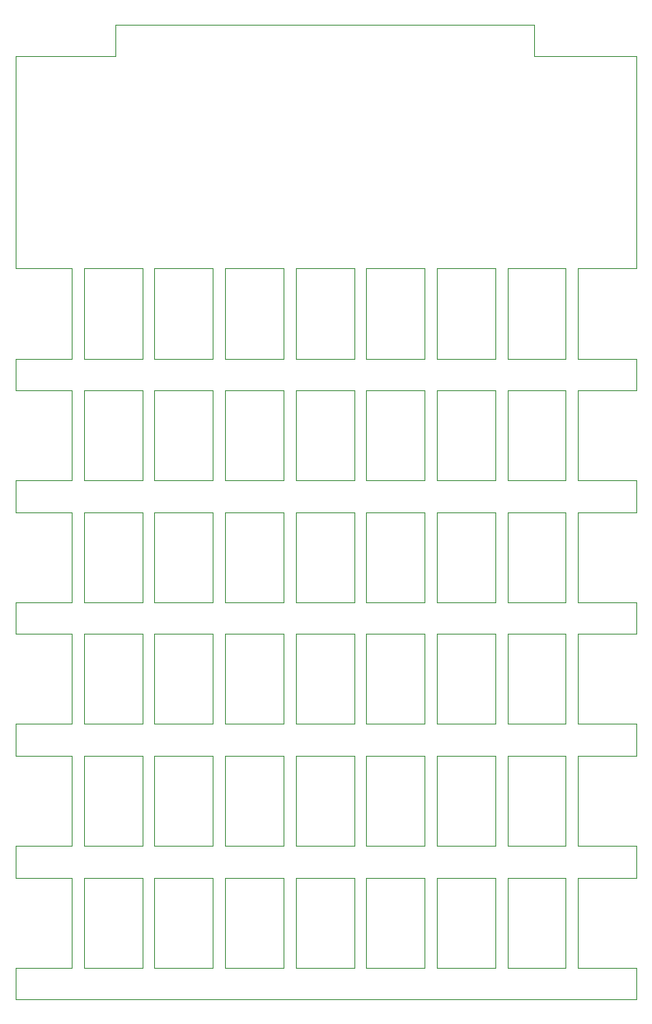
<source format=gbr>
G04 #@! TF.GenerationSoftware,KiCad,Pcbnew,5.1.4+dfsg1-1*
G04 #@! TF.CreationDate,2019-12-22T16:06:29+01:00*
G04 #@! TF.ProjectId,masonjar,6d61736f-6e6a-4617-922e-6b696361645f,rev?*
G04 #@! TF.SameCoordinates,Original*
G04 #@! TF.FileFunction,Profile,NP*
%FSLAX46Y46*%
G04 Gerber Fmt 4.6, Leading zero omitted, Abs format (unit mm)*
G04 Created by KiCad (PCBNEW 5.1.4+dfsg1-1) date 2019-12-22 16:06:29*
%MOMM*%
%LPD*%
G04 APERTURE LIST*
%ADD10C,0.050000*%
G04 APERTURE END LIST*
D10*
X18750000Y-25000000D02*
X18750000Y-34250000D01*
X4250000Y-25000000D02*
X4250000Y-34250000D01*
X-24750000Y-25000000D02*
X-24750000Y-34250000D01*
X-4250000Y-34250000D02*
X-4250000Y-25000000D01*
X26000000Y-25000000D02*
X26000000Y-34250000D01*
X-26000000Y-25000000D02*
X-26000000Y-34250000D01*
X24750000Y-34250000D02*
X24750000Y-25000000D01*
X17500000Y-34250000D02*
X17500000Y-25000000D01*
X-3000000Y-25000000D02*
X-3000000Y-34250000D01*
X-11500000Y-34250000D02*
X-11500000Y-25000000D01*
X3000000Y-34250000D02*
X3000000Y-25000000D01*
X-17500000Y-25000000D02*
X-17500000Y-34250000D01*
X11500000Y-25000000D02*
X11500000Y-34250000D01*
X10250000Y-34250000D02*
X10250000Y-25000000D01*
X-10250000Y-25000000D02*
X-10250000Y-34250000D01*
X-18750000Y-34250000D02*
X-18750000Y-25000000D01*
X32000000Y-96750000D02*
X32000000Y-100000000D01*
X4250000Y-96750000D02*
X10250000Y-96750000D01*
X-10250000Y-87500000D02*
X-10250000Y-96750000D01*
X-31750000Y-96750000D02*
X-31750000Y-100000000D01*
X26000000Y-87500000D02*
X26000000Y-96750000D01*
X-3000000Y-87500000D02*
X-3000000Y-96750000D01*
X-26000000Y-87500000D02*
X-26000000Y-96750000D01*
X18750000Y-96750000D02*
X24750000Y-96750000D01*
X11500000Y-96750000D02*
X17500000Y-96750000D01*
X-4250000Y-96750000D02*
X-4250000Y-87500000D01*
X-26000000Y-96750000D02*
X-31750000Y-96750000D01*
X-31750000Y-100000000D02*
X26000000Y-100000000D01*
X4250000Y-87500000D02*
X4250000Y-96750000D01*
X3000000Y-96750000D02*
X3000000Y-87500000D01*
X-24750000Y-87500000D02*
X-24750000Y-96750000D01*
X24750000Y-96750000D02*
X24750000Y-87500000D01*
X17500000Y-96750000D02*
X17500000Y-87500000D01*
X-17500000Y-87500000D02*
X-17500000Y-96750000D01*
X18750000Y-87500000D02*
X18750000Y-96750000D01*
X10250000Y-96750000D02*
X10250000Y-87500000D01*
X-10250000Y-96750000D02*
X-4250000Y-96750000D01*
X32000000Y-100000000D02*
X26000000Y-100000000D01*
X-24750000Y-96750000D02*
X-18750000Y-96750000D01*
X-18750000Y-96750000D02*
X-18750000Y-87500000D01*
X11500000Y-87500000D02*
X11500000Y-96750000D01*
X-17500000Y-96750000D02*
X-11500000Y-96750000D01*
X-11500000Y-96750000D02*
X-11500000Y-87500000D01*
X26000000Y-96750000D02*
X32000000Y-96750000D01*
X-3000000Y-96750000D02*
X3000000Y-96750000D01*
X32000000Y-84250000D02*
X32000000Y-87500000D01*
X4250000Y-84250000D02*
X10250000Y-84250000D01*
X-10250000Y-75000000D02*
X-10250000Y-84250000D01*
X-31750000Y-84250000D02*
X-31750000Y-87500000D01*
X26000000Y-75000000D02*
X26000000Y-84250000D01*
X-3000000Y-75000000D02*
X-3000000Y-84250000D01*
X3000000Y-87500000D02*
X-3000000Y-87500000D01*
X10250000Y-87500000D02*
X4250000Y-87500000D01*
X-26000000Y-75000000D02*
X-26000000Y-84250000D01*
X18750000Y-84250000D02*
X24750000Y-84250000D01*
X11500000Y-84250000D02*
X17500000Y-84250000D01*
X-4250000Y-84250000D02*
X-4250000Y-75000000D01*
X-26000000Y-84250000D02*
X-31750000Y-84250000D01*
X-31750000Y-87500000D02*
X-26000000Y-87500000D01*
X4250000Y-75000000D02*
X4250000Y-84250000D01*
X3000000Y-84250000D02*
X3000000Y-75000000D01*
X-24750000Y-75000000D02*
X-24750000Y-84250000D01*
X24750000Y-84250000D02*
X24750000Y-75000000D01*
X17500000Y-84250000D02*
X17500000Y-75000000D01*
X-17500000Y-75000000D02*
X-17500000Y-84250000D01*
X18750000Y-75000000D02*
X18750000Y-84250000D01*
X10250000Y-84250000D02*
X10250000Y-75000000D01*
X-10250000Y-84250000D02*
X-4250000Y-84250000D01*
X-11500000Y-87500000D02*
X-17500000Y-87500000D01*
X32000000Y-87500000D02*
X26000000Y-87500000D01*
X-4250000Y-87500000D02*
X-10250000Y-87500000D01*
X-24750000Y-84250000D02*
X-18750000Y-84250000D01*
X-18750000Y-84250000D02*
X-18750000Y-75000000D01*
X11500000Y-75000000D02*
X11500000Y-84250000D01*
X24750000Y-87500000D02*
X18750000Y-87500000D01*
X17500000Y-87500000D02*
X11500000Y-87500000D01*
X-17500000Y-84250000D02*
X-11500000Y-84250000D01*
X-11500000Y-84250000D02*
X-11500000Y-75000000D01*
X26000000Y-84250000D02*
X32000000Y-84250000D01*
X-3000000Y-84250000D02*
X3000000Y-84250000D01*
X-18750000Y-87500000D02*
X-24750000Y-87500000D01*
X32000000Y-71750000D02*
X32000000Y-75000000D01*
X4250000Y-71750000D02*
X10250000Y-71750000D01*
X-10250000Y-62500000D02*
X-10250000Y-71750000D01*
X-31750000Y-71750000D02*
X-31750000Y-75000000D01*
X26000000Y-62500000D02*
X26000000Y-71750000D01*
X-3000000Y-62500000D02*
X-3000000Y-71750000D01*
X3000000Y-75000000D02*
X-3000000Y-75000000D01*
X10250000Y-75000000D02*
X4250000Y-75000000D01*
X-26000000Y-62500000D02*
X-26000000Y-71750000D01*
X18750000Y-71750000D02*
X24750000Y-71750000D01*
X11500000Y-71750000D02*
X17500000Y-71750000D01*
X-4250000Y-71750000D02*
X-4250000Y-62500000D01*
X-26000000Y-71750000D02*
X-31750000Y-71750000D01*
X-31750000Y-75000000D02*
X-26000000Y-75000000D01*
X4250000Y-62500000D02*
X4250000Y-71750000D01*
X3000000Y-71750000D02*
X3000000Y-62500000D01*
X-24750000Y-62500000D02*
X-24750000Y-71750000D01*
X24750000Y-71750000D02*
X24750000Y-62500000D01*
X17500000Y-71750000D02*
X17500000Y-62500000D01*
X-17500000Y-62500000D02*
X-17500000Y-71750000D01*
X18750000Y-62500000D02*
X18750000Y-71750000D01*
X10250000Y-71750000D02*
X10250000Y-62500000D01*
X-10250000Y-71750000D02*
X-4250000Y-71750000D01*
X-11500000Y-75000000D02*
X-17500000Y-75000000D01*
X32000000Y-75000000D02*
X26000000Y-75000000D01*
X-4250000Y-75000000D02*
X-10250000Y-75000000D01*
X-24750000Y-71750000D02*
X-18750000Y-71750000D01*
X-18750000Y-71750000D02*
X-18750000Y-62500000D01*
X11500000Y-62500000D02*
X11500000Y-71750000D01*
X24750000Y-75000000D02*
X18750000Y-75000000D01*
X17500000Y-75000000D02*
X11500000Y-75000000D01*
X-17500000Y-71750000D02*
X-11500000Y-71750000D01*
X-11500000Y-71750000D02*
X-11500000Y-62500000D01*
X26000000Y-71750000D02*
X32000000Y-71750000D01*
X-3000000Y-71750000D02*
X3000000Y-71750000D01*
X-18750000Y-75000000D02*
X-24750000Y-75000000D01*
X32000000Y-59250000D02*
X32000000Y-62500000D01*
X4250000Y-59250000D02*
X10250000Y-59250000D01*
X-10250000Y-50000000D02*
X-10250000Y-59250000D01*
X-31750000Y-59250000D02*
X-31750000Y-62500000D01*
X26000000Y-50000000D02*
X26000000Y-59250000D01*
X-3000000Y-50000000D02*
X-3000000Y-59250000D01*
X3000000Y-62500000D02*
X-3000000Y-62500000D01*
X10250000Y-62500000D02*
X4250000Y-62500000D01*
X-26000000Y-50000000D02*
X-26000000Y-59250000D01*
X18750000Y-59250000D02*
X24750000Y-59250000D01*
X11500000Y-59250000D02*
X17500000Y-59250000D01*
X-4250000Y-59250000D02*
X-4250000Y-50000000D01*
X-26000000Y-59250000D02*
X-31750000Y-59250000D01*
X-31750000Y-62500000D02*
X-26000000Y-62500000D01*
X4250000Y-50000000D02*
X4250000Y-59250000D01*
X3000000Y-59250000D02*
X3000000Y-50000000D01*
X-24750000Y-50000000D02*
X-24750000Y-59250000D01*
X24750000Y-59250000D02*
X24750000Y-50000000D01*
X17500000Y-59250000D02*
X17500000Y-50000000D01*
X-17500000Y-50000000D02*
X-17500000Y-59250000D01*
X18750000Y-50000000D02*
X18750000Y-59250000D01*
X10250000Y-59250000D02*
X10250000Y-50000000D01*
X-10250000Y-59250000D02*
X-4250000Y-59250000D01*
X-11500000Y-62500000D02*
X-17500000Y-62500000D01*
X32000000Y-62500000D02*
X26000000Y-62500000D01*
X-4250000Y-62500000D02*
X-10250000Y-62500000D01*
X-24750000Y-59250000D02*
X-18750000Y-59250000D01*
X-18750000Y-59250000D02*
X-18750000Y-50000000D01*
X11500000Y-50000000D02*
X11500000Y-59250000D01*
X24750000Y-62500000D02*
X18750000Y-62500000D01*
X17500000Y-62500000D02*
X11500000Y-62500000D01*
X-17500000Y-59250000D02*
X-11500000Y-59250000D01*
X-11500000Y-59250000D02*
X-11500000Y-50000000D01*
X26000000Y-59250000D02*
X32000000Y-59250000D01*
X-3000000Y-59250000D02*
X3000000Y-59250000D01*
X-18750000Y-62500000D02*
X-24750000Y-62500000D01*
X32000000Y-46750000D02*
X32000000Y-50000000D01*
X32000000Y-34250000D02*
X32000000Y-37500000D01*
X32000000Y-3250000D02*
X32000000Y-25000000D01*
X-31750000Y-50000000D02*
X-26000000Y-50000000D01*
X-31750000Y-46750000D02*
X-31750000Y-50000000D01*
X-26000000Y-46750000D02*
X-31750000Y-46750000D01*
X3000000Y-50000000D02*
X-3000000Y-50000000D01*
X17500000Y-50000000D02*
X11500000Y-50000000D01*
X32000000Y-50000000D02*
X26000000Y-50000000D01*
X-4250000Y-50000000D02*
X-10250000Y-50000000D01*
X-18750000Y-50000000D02*
X-24750000Y-50000000D01*
X-11500000Y-50000000D02*
X-17500000Y-50000000D01*
X10250000Y-50000000D02*
X4250000Y-50000000D01*
X24750000Y-50000000D02*
X18750000Y-50000000D01*
X4250000Y-46750000D02*
X10250000Y-46750000D01*
X26000000Y-37500000D02*
X26000000Y-46750000D01*
X-3000000Y-37500000D02*
X-3000000Y-46750000D01*
X26000000Y-46750000D02*
X32000000Y-46750000D01*
X-3000000Y-46750000D02*
X3000000Y-46750000D01*
X3000000Y-37500000D02*
X-3000000Y-37500000D01*
X-24750000Y-37500000D02*
X-24750000Y-46750000D01*
X18750000Y-46750000D02*
X24750000Y-46750000D01*
X-4250000Y-46750000D02*
X-4250000Y-37500000D01*
X-11500000Y-46750000D02*
X-11500000Y-37500000D01*
X17500000Y-37500000D02*
X11500000Y-37500000D01*
X11500000Y-37500000D02*
X11500000Y-46750000D01*
X10250000Y-46750000D02*
X10250000Y-37500000D01*
X32000000Y-37500000D02*
X26000000Y-37500000D01*
X-4250000Y-37500000D02*
X-10250000Y-37500000D01*
X11500000Y-46750000D02*
X17500000Y-46750000D01*
X4250000Y-37500000D02*
X4250000Y-46750000D01*
X3000000Y-46750000D02*
X3000000Y-37500000D01*
X24750000Y-46750000D02*
X24750000Y-37500000D01*
X-17500000Y-37500000D02*
X-17500000Y-46750000D01*
X-18750000Y-37500000D02*
X-24750000Y-37500000D01*
X-10250000Y-37500000D02*
X-10250000Y-46750000D01*
X-17500000Y-46750000D02*
X-11500000Y-46750000D01*
X18750000Y-37500000D02*
X18750000Y-46750000D01*
X-11500000Y-37500000D02*
X-17500000Y-37500000D01*
X-18750000Y-46750000D02*
X-18750000Y-37500000D01*
X-24750000Y-46750000D02*
X-18750000Y-46750000D01*
X17500000Y-46750000D02*
X17500000Y-37500000D01*
X10250000Y-37500000D02*
X4250000Y-37500000D01*
X24750000Y-37500000D02*
X18750000Y-37500000D01*
X-10250000Y-46750000D02*
X-4250000Y-46750000D01*
X32000000Y-25000000D02*
X26000000Y-25000000D01*
X26000000Y-34250000D02*
X32000000Y-34250000D01*
X24750000Y-25000000D02*
X18750000Y-25000000D01*
X18750000Y-34250000D02*
X24750000Y-34250000D01*
X17500000Y-25000000D02*
X11500000Y-25000000D01*
X11500000Y-34250000D02*
X17500000Y-34250000D01*
X10250000Y-25000000D02*
X4250000Y-25000000D01*
X4250000Y-34250000D02*
X10250000Y-34250000D01*
X3000000Y-25000000D02*
X-3000000Y-25000000D01*
X-3000000Y-34250000D02*
X3000000Y-34250000D01*
X-4250000Y-25000000D02*
X-10250000Y-25000000D01*
X-10250000Y-34250000D02*
X-4250000Y-34250000D01*
X-11500000Y-25000000D02*
X-17500000Y-25000000D01*
X-17500000Y-34250000D02*
X-11500000Y-34250000D01*
X-18750000Y-25000000D02*
X-24750000Y-25000000D01*
X-24750000Y-34250000D02*
X-18750000Y-34250000D01*
X-26000000Y-37500000D02*
X-26000000Y-46750000D01*
X-31750000Y-37500000D02*
X-26000000Y-37500000D01*
X-31750000Y-34250000D02*
X-31750000Y-37500000D01*
X-26000000Y-34250000D02*
X-31750000Y-34250000D01*
X-31750000Y-25000000D02*
X-26000000Y-25000000D01*
X-31750000Y-3250000D02*
X-31750000Y-25000000D01*
X-21500000Y-3250000D02*
X-31750000Y-3250000D01*
X21500000Y-3250000D02*
X32000000Y-3250000D01*
X-21500000Y0D02*
X-21500000Y-3250000D01*
X21500000Y0D02*
X21500000Y-3250000D01*
X-21500000Y0D02*
X21500000Y0D01*
M02*

</source>
